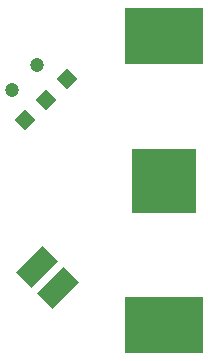
<source format=gbs>
G04 Layer_Color=16711935*
%FSLAX44Y44*%
%MOMM*%
G71*
G01*
G75*
%ADD16P,1.6971X4X270.0*%
%ADD52C,1.2000*%
G04:AMPARAMS|DCode=53|XSize=1.8mm|YSize=3.2mm|CornerRadius=0mm|HoleSize=0mm|Usage=FLASHONLY|Rotation=315.000|XOffset=0mm|YOffset=0mm|HoleType=Round|Shape=Rectangle|*
%AMROTATEDRECTD53*
4,1,4,-1.7678,-0.4950,0.4950,1.7678,1.7678,0.4950,-0.4950,-1.7678,-1.7678,-0.4950,0.0*
%
%ADD53ROTATEDRECTD53*%

%ADD54R,6.7000X4.7000*%
%ADD55R,5.4000X5.4000*%
D16*
X88062Y237293D02*
D03*
X70385Y219615D02*
D03*
X52707Y201938D02*
D03*
D52*
X62607Y248607D02*
D03*
X41393Y227393D02*
D03*
D53*
X80637Y59677D02*
D03*
X62677Y77637D02*
D03*
D54*
X170000Y29000D02*
D03*
Y273000D02*
D03*
D55*
Y151000D02*
D03*
M02*

</source>
